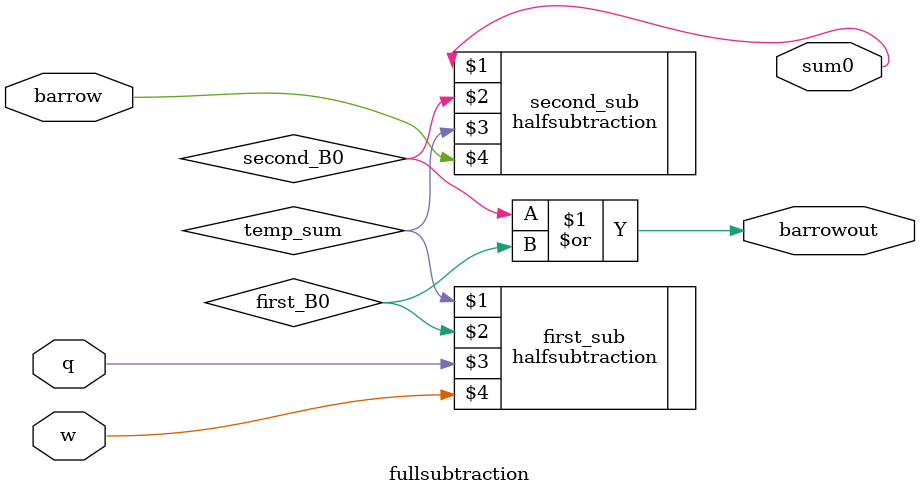
<source format=v>
module fullsubtraction(sum0, barrowout,q, w, barrow);
input w, q, barrow;
output sum0,barrowout;
wire temp_sum, first_B0, second_B0,B0;

halfsubtraction first_sub(temp_sum, first_B0, q, w);
halfsubtraction second_sub(sum0, second_B0, temp_sum, barrow);

or final_carry_out(barrowout, second_B0, first_B0);

endmodule
</source>
